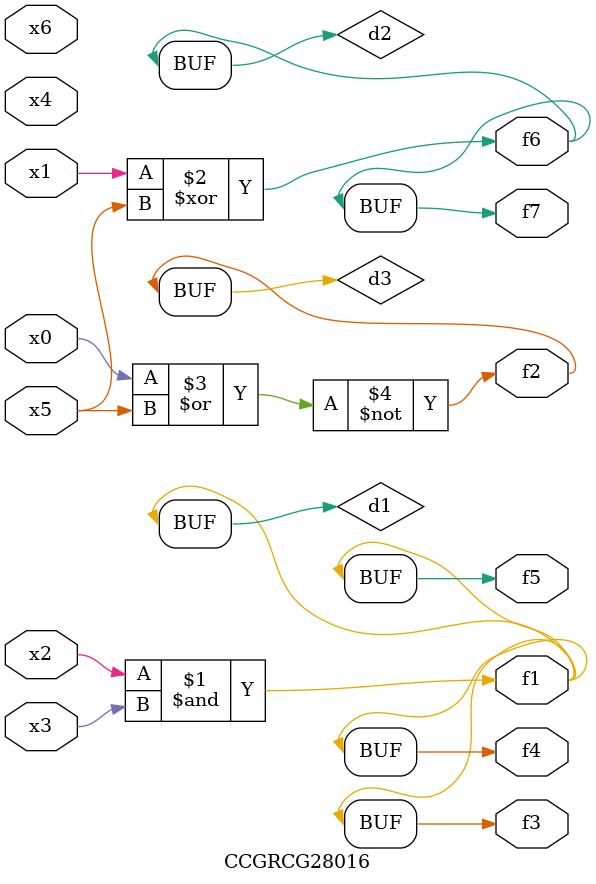
<source format=v>
module CCGRCG28016(
	input x0, x1, x2, x3, x4, x5, x6,
	output f1, f2, f3, f4, f5, f6, f7
);

	wire d1, d2, d3;

	and (d1, x2, x3);
	xor (d2, x1, x5);
	nor (d3, x0, x5);
	assign f1 = d1;
	assign f2 = d3;
	assign f3 = d1;
	assign f4 = d1;
	assign f5 = d1;
	assign f6 = d2;
	assign f7 = d2;
endmodule

</source>
